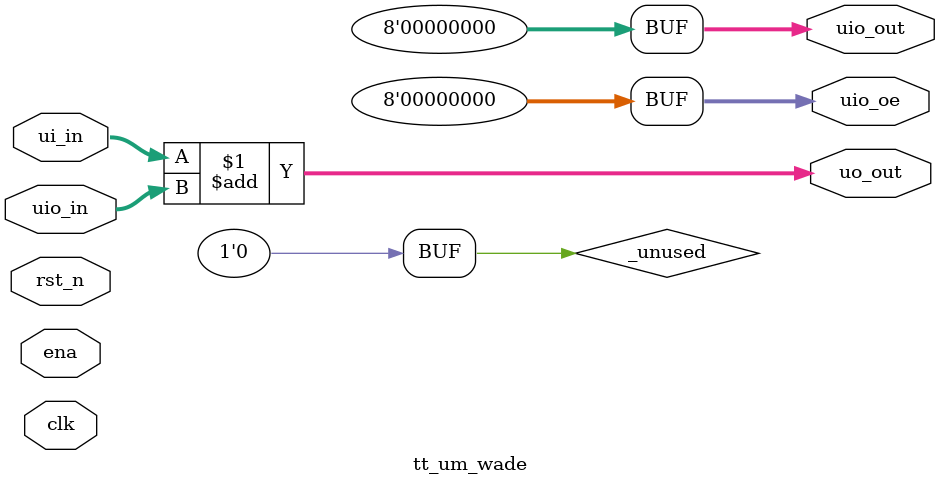
<source format=v>
/*
 * Copyright (c) 2024 Your Name
 * SPDX-License-Identifier: Apache-2.0
 */

`default_nettype none

module tt_um_wade (
    input  wire [7:0] ui_in,    // Dedicated inputs
    output wire [7:0] uo_out,   // Dedicated outputs
    input  wire [7:0] uio_in,   // IOs: Input path
    output wire [7:0] uio_out,  // IOs: Output path
    output wire [7:0] uio_oe,   // IOs: Enable path (active high: 0=input, 1=output)
    input  wire       ena,      // always 1 when the design is powered, so you can ignore it
    input  wire       clk,      // clock
    input  wire       rst_n     // reset_n - low to reset
);

  // All output pins must be assigned. If not used, assign to 0.
  assign uo_out  = ui_in + uio_in;  // Example: ou_out is the sum of ui_in and uio_in
  assign uio_out = 0;
  assign uio_oe  = 0;

  // List all unused inputs to prevent warnings
  wire _unused = &{ena, clk, rst_n, 1'b0};

endmodule

</source>
